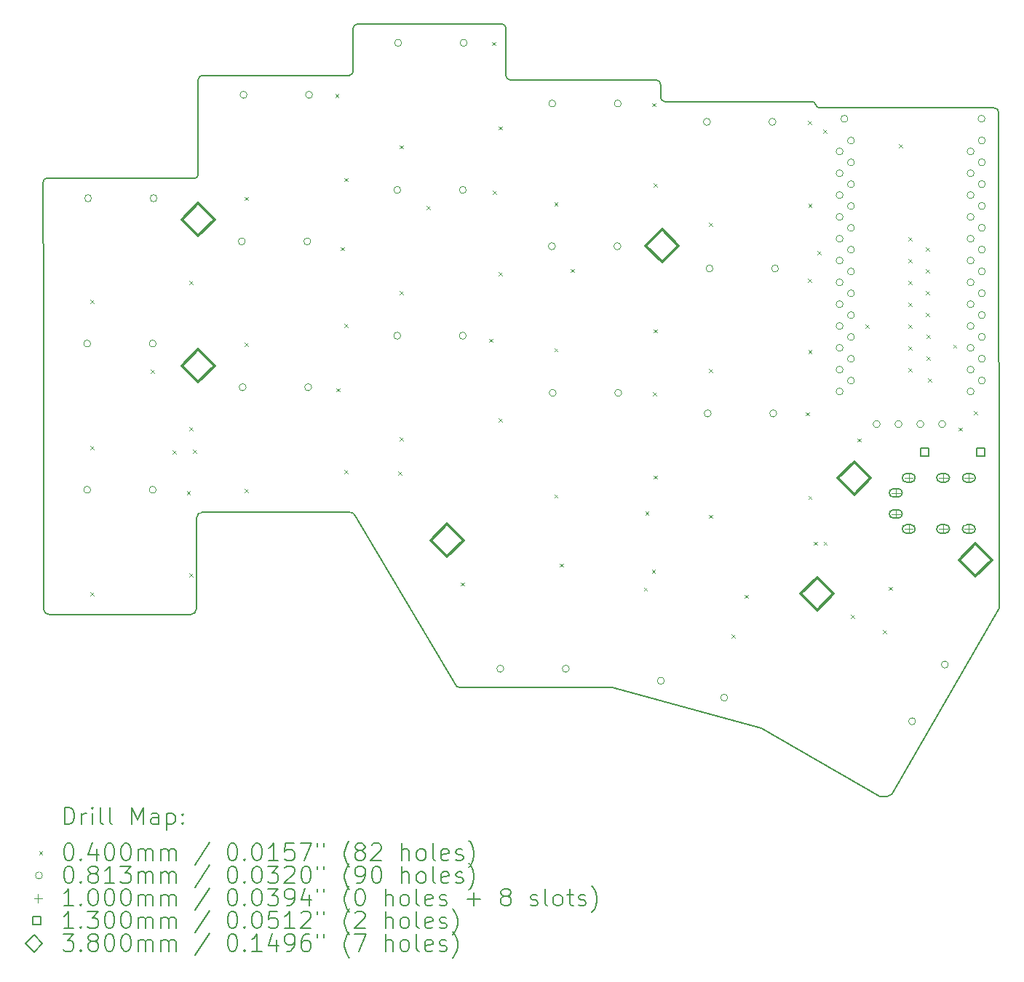
<source format=gbr>
%TF.GenerationSoftware,KiCad,Pcbnew,(6.0.10)*%
%TF.CreationDate,2023-01-07T12:45:03+01:00*%
%TF.ProjectId,chocofi,63686f63-6f66-4692-9e6b-696361645f70,2.1*%
%TF.SameCoordinates,Original*%
%TF.FileFunction,Drillmap*%
%TF.FilePolarity,Positive*%
%FSLAX45Y45*%
G04 Gerber Fmt 4.5, Leading zero omitted, Abs format (unit mm)*
G04 Created by KiCad (PCBNEW (6.0.10)) date 2023-01-07 12:45:03*
%MOMM*%
%LPD*%
G01*
G04 APERTURE LIST*
%ADD10C,0.150000*%
%ADD11C,0.200000*%
%ADD12C,0.040000*%
%ADD13C,0.081280*%
%ADD14C,0.100000*%
%ADD15C,0.130000*%
%ADD16C,0.380000*%
G04 APERTURE END LIST*
D10*
X18762000Y-5380500D02*
X16733040Y-5381502D01*
X9451545Y-6202085D02*
X7741920Y-6197600D01*
X17576800Y-13365480D02*
X18821400Y-11201400D01*
X16047720Y-12598400D02*
X17428867Y-13395960D01*
X12537440Y-12124081D02*
X14315440Y-12125960D01*
X16685040Y-5345502D02*
G75*
G03*
X16636050Y-5305500I-48990J-9998D01*
G01*
X16685040Y-5345502D02*
G75*
G03*
X16733040Y-5381502I48000J14000D01*
G01*
X16636050Y-5305500D02*
X14929320Y-5306902D01*
X9451545Y-6202085D02*
G75*
G03*
X9501545Y-6152085I0J50000D01*
G01*
X9551712Y-5000682D02*
G75*
G03*
X9501712Y-5050682I0J-50000D01*
G01*
X13031000Y-4403620D02*
X11353000Y-4404955D01*
X13081000Y-5005340D02*
X13081000Y-4453620D01*
X14829320Y-5056902D02*
X13131000Y-5055340D01*
X14879320Y-5256902D02*
X14879320Y-5106902D01*
X9501712Y-5050682D02*
X9501545Y-6152085D01*
X11254712Y-5000682D02*
X9551712Y-5000682D01*
X11303000Y-4454955D02*
X11304712Y-4950682D01*
X11254712Y-5000682D02*
G75*
G03*
X11304712Y-4950682I0J50000D01*
G01*
X11353000Y-4404955D02*
G75*
G03*
X11303000Y-4454955I0J-50000D01*
G01*
X13081000Y-4453620D02*
G75*
G03*
X13031000Y-4403620I-50000J0D01*
G01*
X13081000Y-5005340D02*
G75*
G03*
X13131000Y-5055340I50000J0D01*
G01*
X14879320Y-5106902D02*
G75*
G03*
X14829320Y-5056902I-50000J0D01*
G01*
X14879320Y-5256902D02*
G75*
G03*
X14929320Y-5306902I50000J0D01*
G01*
X18812000Y-5430500D02*
G75*
G03*
X18762000Y-5380500I-50000J0D01*
G01*
X9545320Y-10086265D02*
X11262360Y-10086265D01*
X9479280Y-11074400D02*
X9484360Y-10147225D01*
X11329486Y-10129488D02*
G75*
G03*
X11262360Y-10086265I-67126J-30512D01*
G01*
X12501880Y-12110720D02*
G75*
G03*
X12537440Y-12124081I35560J40640D01*
G01*
X17428867Y-13395960D02*
G75*
G03*
X17576800Y-13365480I44003J160669D01*
G01*
X7701280Y-9377680D02*
X7701280Y-11074400D01*
X7696200Y-6243320D02*
X7701280Y-7670800D01*
X18812000Y-5430500D02*
X18821400Y-11201400D01*
X9479280Y-11211560D02*
X9479280Y-11074400D01*
X9545320Y-10086265D02*
G75*
G03*
X9484360Y-10147225I0J-60960D01*
G01*
X9413240Y-11277600D02*
G75*
G03*
X9479280Y-11211560I0J66040D01*
G01*
X7701280Y-11211560D02*
X7701280Y-11074400D01*
X7701280Y-7670800D02*
X7701280Y-9377680D01*
X11329486Y-10129488D02*
X12501880Y-12110720D01*
X7741920Y-6197600D02*
G75*
G03*
X7696200Y-6243320I0J-45720D01*
G01*
X7767320Y-11277600D02*
X9413240Y-11277600D01*
X14315440Y-12125960D02*
X16047720Y-12598400D01*
X7701280Y-11211560D02*
G75*
G03*
X7767320Y-11277600I66040J0D01*
G01*
D11*
D12*
X8243500Y-7615000D02*
X8283500Y-7655000D01*
X8283500Y-7615000D02*
X8243500Y-7655000D01*
X8243500Y-9315000D02*
X8283500Y-9355000D01*
X8283500Y-9315000D02*
X8243500Y-9355000D01*
X8243500Y-11015000D02*
X8283500Y-11055000D01*
X8283500Y-11015000D02*
X8243500Y-11055000D01*
X8946200Y-8425500D02*
X8986200Y-8465500D01*
X8986200Y-8425500D02*
X8946200Y-8465500D01*
X9205280Y-9367840D02*
X9245280Y-9407840D01*
X9245280Y-9367840D02*
X9205280Y-9407840D01*
X9367840Y-9840280D02*
X9407840Y-9880280D01*
X9407840Y-9840280D02*
X9367840Y-9880280D01*
X9398500Y-7395000D02*
X9438500Y-7435000D01*
X9438500Y-7395000D02*
X9398500Y-7435000D01*
X9398500Y-9095000D02*
X9438500Y-9135000D01*
X9438500Y-9095000D02*
X9398500Y-9135000D01*
X9398500Y-10795000D02*
X9438500Y-10835000D01*
X9438500Y-10795000D02*
X9398500Y-10835000D01*
X9438960Y-9357680D02*
X9478960Y-9397680D01*
X9478960Y-9357680D02*
X9438960Y-9397680D01*
X10043500Y-6415000D02*
X10083500Y-6455000D01*
X10083500Y-6415000D02*
X10043500Y-6455000D01*
X10043500Y-8115000D02*
X10083500Y-8155000D01*
X10083500Y-8115000D02*
X10043500Y-8155000D01*
X10043500Y-9815000D02*
X10083500Y-9855000D01*
X10083500Y-9815000D02*
X10043500Y-9855000D01*
X11095040Y-5217480D02*
X11135040Y-5257480D01*
X11135040Y-5217480D02*
X11095040Y-5257480D01*
X11110280Y-8641400D02*
X11150280Y-8681400D01*
X11150280Y-8641400D02*
X11110280Y-8681400D01*
X11156000Y-7000560D02*
X11196000Y-7040560D01*
X11196000Y-7000560D02*
X11156000Y-7040560D01*
X11198500Y-6195000D02*
X11238500Y-6235000D01*
X11238500Y-6195000D02*
X11198500Y-6235000D01*
X11198500Y-7895000D02*
X11238500Y-7935000D01*
X11238500Y-7895000D02*
X11198500Y-7935000D01*
X11198500Y-9595000D02*
X11238500Y-9635000D01*
X11238500Y-9595000D02*
X11198500Y-9635000D01*
X11828000Y-9613450D02*
X11868000Y-9653450D01*
X11868000Y-9613450D02*
X11828000Y-9653450D01*
X11843500Y-5815000D02*
X11883500Y-5855000D01*
X11883500Y-5815000D02*
X11843500Y-5855000D01*
X11843500Y-7515000D02*
X11883500Y-7555000D01*
X11883500Y-7515000D02*
X11843500Y-7555000D01*
X11843500Y-9215000D02*
X11883500Y-9255000D01*
X11883500Y-9215000D02*
X11843500Y-9255000D01*
X12156760Y-6523040D02*
X12196760Y-6563040D01*
X12196760Y-6523040D02*
X12156760Y-6563040D01*
X12553500Y-10904000D02*
X12593500Y-10944000D01*
X12593500Y-10904000D02*
X12553500Y-10944000D01*
X12888280Y-8067360D02*
X12928280Y-8107360D01*
X12928280Y-8067360D02*
X12888280Y-8107360D01*
X12918760Y-4612960D02*
X12958760Y-4652960D01*
X12958760Y-4612960D02*
X12918760Y-4652960D01*
X12928920Y-6345240D02*
X12968920Y-6385240D01*
X12968920Y-6345240D02*
X12928920Y-6385240D01*
X12998500Y-5595000D02*
X13038500Y-5635000D01*
X13038500Y-5595000D02*
X12998500Y-5635000D01*
X12998500Y-7295000D02*
X13038500Y-7335000D01*
X13038500Y-7295000D02*
X12998500Y-7335000D01*
X12998500Y-8995000D02*
X13038500Y-9035000D01*
X13038500Y-8995000D02*
X12998500Y-9035000D01*
X13643500Y-6477000D02*
X13683500Y-6517000D01*
X13683500Y-6477000D02*
X13643500Y-6517000D01*
X13643500Y-8177000D02*
X13683500Y-8217000D01*
X13683500Y-8177000D02*
X13643500Y-8217000D01*
X13643500Y-9877500D02*
X13683500Y-9917500D01*
X13683500Y-9877500D02*
X13643500Y-9917500D01*
X13708500Y-10684000D02*
X13748500Y-10724000D01*
X13748500Y-10684000D02*
X13708500Y-10724000D01*
X13833160Y-7254560D02*
X13873160Y-7294560D01*
X13873160Y-7254560D02*
X13833160Y-7294560D01*
X14683753Y-10961605D02*
X14723753Y-11001605D01*
X14723753Y-10961605D02*
X14683753Y-11001605D01*
X14701840Y-10079040D02*
X14741840Y-10119040D01*
X14741840Y-10079040D02*
X14701840Y-10119040D01*
X14778040Y-10754680D02*
X14818040Y-10794680D01*
X14818040Y-10754680D02*
X14778040Y-10794680D01*
X14783120Y-5324160D02*
X14823120Y-5364160D01*
X14823120Y-5324160D02*
X14783120Y-5364160D01*
X14793280Y-8687120D02*
X14833280Y-8727120D01*
X14833280Y-8687120D02*
X14793280Y-8727120D01*
X14798500Y-6257000D02*
X14838500Y-6297000D01*
X14838500Y-6257000D02*
X14798500Y-6297000D01*
X14798500Y-7957000D02*
X14838500Y-7997000D01*
X14838500Y-7957000D02*
X14798500Y-7997000D01*
X14798500Y-9657500D02*
X14838500Y-9697500D01*
X14838500Y-9657500D02*
X14798500Y-9697500D01*
X15443500Y-6715000D02*
X15483500Y-6755000D01*
X15483500Y-6715000D02*
X15443500Y-6755000D01*
X15443500Y-8415000D02*
X15483500Y-8455000D01*
X15483500Y-8415000D02*
X15443500Y-8455000D01*
X15443500Y-10115000D02*
X15483500Y-10155000D01*
X15483500Y-10115000D02*
X15443500Y-10155000D01*
X15705140Y-11509060D02*
X15745140Y-11549060D01*
X15745140Y-11509060D02*
X15705140Y-11549060D01*
X15856338Y-11048037D02*
X15896338Y-11088037D01*
X15896338Y-11048037D02*
X15856338Y-11088037D01*
X16571280Y-8920800D02*
X16611280Y-8960800D01*
X16611280Y-8920800D02*
X16571280Y-8960800D01*
X16591600Y-5532440D02*
X16631600Y-5572440D01*
X16631600Y-5532440D02*
X16591600Y-5572440D01*
X16591600Y-7366320D02*
X16631600Y-7406320D01*
X16631600Y-7366320D02*
X16591600Y-7406320D01*
X16598500Y-6495000D02*
X16638500Y-6535000D01*
X16638500Y-6495000D02*
X16598500Y-6535000D01*
X16598500Y-8195000D02*
X16638500Y-8235000D01*
X16638500Y-8195000D02*
X16598500Y-8235000D01*
X16598500Y-9895000D02*
X16638500Y-9935000D01*
X16638500Y-9895000D02*
X16598500Y-9935000D01*
X16663000Y-10429560D02*
X16703000Y-10469560D01*
X16703000Y-10429560D02*
X16663000Y-10469560D01*
X16703360Y-7046280D02*
X16743360Y-7086280D01*
X16743360Y-7046280D02*
X16703360Y-7086280D01*
X16769400Y-5631500D02*
X16809400Y-5671500D01*
X16809400Y-5631500D02*
X16769400Y-5671500D01*
X16777000Y-10428000D02*
X16817000Y-10468000D01*
X16817000Y-10428000D02*
X16777000Y-10468000D01*
X17094465Y-11277877D02*
X17134465Y-11317877D01*
X17134465Y-11277877D02*
X17094465Y-11317877D01*
X17170720Y-9225600D02*
X17210720Y-9265600D01*
X17210720Y-9225600D02*
X17170720Y-9265600D01*
X17265549Y-7899040D02*
X17305549Y-7939040D01*
X17305549Y-7899040D02*
X17265549Y-7939040D01*
X17466630Y-11459530D02*
X17506630Y-11499530D01*
X17506630Y-11459530D02*
X17466630Y-11499530D01*
X17534991Y-10954864D02*
X17574991Y-10994864D01*
X17574991Y-10954864D02*
X17534991Y-10994864D01*
X17653719Y-5802490D02*
X17693719Y-5842490D01*
X17693719Y-5802490D02*
X17653719Y-5842490D01*
X17760000Y-6883040D02*
X17800000Y-6923040D01*
X17800000Y-6883040D02*
X17760000Y-6923040D01*
X17760000Y-7137040D02*
X17800000Y-7177040D01*
X17800000Y-7137040D02*
X17760000Y-7177040D01*
X17760000Y-7391040D02*
X17800000Y-7431040D01*
X17800000Y-7391040D02*
X17760000Y-7431040D01*
X17760000Y-7645040D02*
X17800000Y-7685040D01*
X17800000Y-7645040D02*
X17760000Y-7685040D01*
X17760000Y-7899040D02*
X17800000Y-7939040D01*
X17800000Y-7899040D02*
X17760000Y-7939040D01*
X17760000Y-8153040D02*
X17800000Y-8193040D01*
X17800000Y-8153040D02*
X17760000Y-8193040D01*
X17760000Y-8406840D02*
X17800000Y-8446840D01*
X17800000Y-8406840D02*
X17760000Y-8446840D01*
X17963200Y-7005640D02*
X18003200Y-7045640D01*
X18003200Y-7005640D02*
X17963200Y-7045640D01*
X17963200Y-7259640D02*
X18003200Y-7299640D01*
X18003200Y-7259640D02*
X17963200Y-7299640D01*
X17963200Y-7513640D02*
X18003200Y-7553640D01*
X18003200Y-7513640D02*
X17963200Y-7553640D01*
X17963200Y-7767640D02*
X18003200Y-7807640D01*
X18003200Y-7767640D02*
X17963200Y-7807640D01*
X17975900Y-8021640D02*
X18015900Y-8061640D01*
X18015900Y-8021640D02*
X17975900Y-8061640D01*
X17975900Y-8275640D02*
X18015900Y-8315640D01*
X18015900Y-8275640D02*
X17975900Y-8315640D01*
X17988600Y-8527100D02*
X18028600Y-8567100D01*
X18028600Y-8527100D02*
X17988600Y-8567100D01*
X18283240Y-8133400D02*
X18323240Y-8173400D01*
X18323240Y-8133400D02*
X18283240Y-8173400D01*
X18344200Y-9098600D02*
X18384200Y-9138600D01*
X18384200Y-9098600D02*
X18344200Y-9138600D01*
X18522000Y-8908100D02*
X18562000Y-8948100D01*
X18562000Y-8908100D02*
X18522000Y-8948100D01*
D13*
X8249920Y-8122920D02*
G75*
G03*
X8249920Y-8122920I-40640J0D01*
G01*
X8249920Y-9824720D02*
G75*
G03*
X8249920Y-9824720I-40640J0D01*
G01*
X8260080Y-6431280D02*
G75*
G03*
X8260080Y-6431280I-40640J0D01*
G01*
X9011920Y-8122920D02*
G75*
G03*
X9011920Y-8122920I-40640J0D01*
G01*
X9011920Y-9824720D02*
G75*
G03*
X9011920Y-9824720I-40640J0D01*
G01*
X9022080Y-6431280D02*
G75*
G03*
X9022080Y-6431280I-40640J0D01*
G01*
X10048240Y-6934200D02*
G75*
G03*
X10048240Y-6934200I-40640J0D01*
G01*
X10058400Y-8630920D02*
G75*
G03*
X10058400Y-8630920I-40640J0D01*
G01*
X10068560Y-5227320D02*
G75*
G03*
X10068560Y-5227320I-40640J0D01*
G01*
X10810240Y-6934200D02*
G75*
G03*
X10810240Y-6934200I-40640J0D01*
G01*
X10820400Y-8630920D02*
G75*
G03*
X10820400Y-8630920I-40640J0D01*
G01*
X10830560Y-5227320D02*
G75*
G03*
X10830560Y-5227320I-40640J0D01*
G01*
X11856720Y-6334760D02*
G75*
G03*
X11856720Y-6334760I-40640J0D01*
G01*
X11856720Y-8031480D02*
G75*
G03*
X11856720Y-8031480I-40640J0D01*
G01*
X11866880Y-4622800D02*
G75*
G03*
X11866880Y-4622800I-40640J0D01*
G01*
X12618720Y-6334760D02*
G75*
G03*
X12618720Y-6334760I-40640J0D01*
G01*
X12618720Y-8031480D02*
G75*
G03*
X12618720Y-8031480I-40640J0D01*
G01*
X12628880Y-4622800D02*
G75*
G03*
X12628880Y-4622800I-40640J0D01*
G01*
X13055600Y-11907520D02*
G75*
G03*
X13055600Y-11907520I-40640J0D01*
G01*
X13655040Y-6990080D02*
G75*
G03*
X13655040Y-6990080I-40640J0D01*
G01*
X13660120Y-5328920D02*
G75*
G03*
X13660120Y-5328920I-40640J0D01*
G01*
X13665200Y-8696960D02*
G75*
G03*
X13665200Y-8696960I-40640J0D01*
G01*
X13817600Y-11907520D02*
G75*
G03*
X13817600Y-11907520I-40640J0D01*
G01*
X14417040Y-6990080D02*
G75*
G03*
X14417040Y-6990080I-40640J0D01*
G01*
X14422120Y-5328920D02*
G75*
G03*
X14422120Y-5328920I-40640J0D01*
G01*
X14427200Y-8696960D02*
G75*
G03*
X14427200Y-8696960I-40640J0D01*
G01*
X14924050Y-12047449D02*
G75*
G03*
X14924050Y-12047449I-40640J0D01*
G01*
X15458440Y-5542280D02*
G75*
G03*
X15458440Y-5542280I-40640J0D01*
G01*
X15468600Y-8935720D02*
G75*
G03*
X15468600Y-8935720I-40640J0D01*
G01*
X15488920Y-7249160D02*
G75*
G03*
X15488920Y-7249160I-40640J0D01*
G01*
X15660086Y-12244670D02*
G75*
G03*
X15660086Y-12244670I-40640J0D01*
G01*
X16220440Y-5542280D02*
G75*
G03*
X16220440Y-5542280I-40640J0D01*
G01*
X16230600Y-8935720D02*
G75*
G03*
X16230600Y-8935720I-40640J0D01*
G01*
X16250920Y-7249160D02*
G75*
G03*
X16250920Y-7249160I-40640J0D01*
G01*
X17002640Y-5887040D02*
G75*
G03*
X17002640Y-5887040I-40640J0D01*
G01*
X17002640Y-6141040D02*
G75*
G03*
X17002640Y-6141040I-40640J0D01*
G01*
X17002640Y-6395040D02*
G75*
G03*
X17002640Y-6395040I-40640J0D01*
G01*
X17002640Y-6649040D02*
G75*
G03*
X17002640Y-6649040I-40640J0D01*
G01*
X17002640Y-6903040D02*
G75*
G03*
X17002640Y-6903040I-40640J0D01*
G01*
X17002640Y-7157040D02*
G75*
G03*
X17002640Y-7157040I-40640J0D01*
G01*
X17002640Y-7411040D02*
G75*
G03*
X17002640Y-7411040I-40640J0D01*
G01*
X17002640Y-7665040D02*
G75*
G03*
X17002640Y-7665040I-40640J0D01*
G01*
X17002640Y-7919040D02*
G75*
G03*
X17002640Y-7919040I-40640J0D01*
G01*
X17002640Y-8173040D02*
G75*
G03*
X17002640Y-8173040I-40640J0D01*
G01*
X17002640Y-8427040D02*
G75*
G03*
X17002640Y-8427040I-40640J0D01*
G01*
X17002640Y-8681040D02*
G75*
G03*
X17002640Y-8681040I-40640J0D01*
G01*
X17058640Y-5506040D02*
G75*
G03*
X17058640Y-5506040I-40640J0D01*
G01*
X17135280Y-5760040D02*
G75*
G03*
X17135280Y-5760040I-40640J0D01*
G01*
X17135280Y-6014040D02*
G75*
G03*
X17135280Y-6014040I-40640J0D01*
G01*
X17135280Y-6268040D02*
G75*
G03*
X17135280Y-6268040I-40640J0D01*
G01*
X17135280Y-6522040D02*
G75*
G03*
X17135280Y-6522040I-40640J0D01*
G01*
X17135280Y-6776040D02*
G75*
G03*
X17135280Y-6776040I-40640J0D01*
G01*
X17135280Y-7030040D02*
G75*
G03*
X17135280Y-7030040I-40640J0D01*
G01*
X17135280Y-7284040D02*
G75*
G03*
X17135280Y-7284040I-40640J0D01*
G01*
X17135280Y-7538040D02*
G75*
G03*
X17135280Y-7538040I-40640J0D01*
G01*
X17135280Y-7792040D02*
G75*
G03*
X17135280Y-7792040I-40640J0D01*
G01*
X17135280Y-8046040D02*
G75*
G03*
X17135280Y-8046040I-40640J0D01*
G01*
X17135280Y-8300040D02*
G75*
G03*
X17135280Y-8300040I-40640J0D01*
G01*
X17135280Y-8554040D02*
G75*
G03*
X17135280Y-8554040I-40640J0D01*
G01*
X17433640Y-9060840D02*
G75*
G03*
X17433640Y-9060840I-40640J0D01*
G01*
X17687640Y-9060840D02*
G75*
G03*
X17687640Y-9060840I-40640J0D01*
G01*
X17845957Y-12519499D02*
G75*
G03*
X17845957Y-12519499I-40640J0D01*
G01*
X17941640Y-9060840D02*
G75*
G03*
X17941640Y-9060840I-40640J0D01*
G01*
X18195640Y-9060840D02*
G75*
G03*
X18195640Y-9060840I-40640J0D01*
G01*
X18226957Y-11859588D02*
G75*
G03*
X18226957Y-11859588I-40640J0D01*
G01*
X18526640Y-5887040D02*
G75*
G03*
X18526640Y-5887040I-40640J0D01*
G01*
X18526640Y-6141040D02*
G75*
G03*
X18526640Y-6141040I-40640J0D01*
G01*
X18526640Y-6395040D02*
G75*
G03*
X18526640Y-6395040I-40640J0D01*
G01*
X18526640Y-6649040D02*
G75*
G03*
X18526640Y-6649040I-40640J0D01*
G01*
X18526640Y-6903040D02*
G75*
G03*
X18526640Y-6903040I-40640J0D01*
G01*
X18526640Y-7157040D02*
G75*
G03*
X18526640Y-7157040I-40640J0D01*
G01*
X18526640Y-7411040D02*
G75*
G03*
X18526640Y-7411040I-40640J0D01*
G01*
X18526640Y-7665040D02*
G75*
G03*
X18526640Y-7665040I-40640J0D01*
G01*
X18526640Y-7919040D02*
G75*
G03*
X18526640Y-7919040I-40640J0D01*
G01*
X18526640Y-8173040D02*
G75*
G03*
X18526640Y-8173040I-40640J0D01*
G01*
X18526640Y-8427040D02*
G75*
G03*
X18526640Y-8427040I-40640J0D01*
G01*
X18526640Y-8681040D02*
G75*
G03*
X18526640Y-8681040I-40640J0D01*
G01*
X18653640Y-5506040D02*
G75*
G03*
X18653640Y-5506040I-40640J0D01*
G01*
X18657280Y-5760040D02*
G75*
G03*
X18657280Y-5760040I-40640J0D01*
G01*
X18657280Y-6014040D02*
G75*
G03*
X18657280Y-6014040I-40640J0D01*
G01*
X18657280Y-6268040D02*
G75*
G03*
X18657280Y-6268040I-40640J0D01*
G01*
X18657280Y-6522040D02*
G75*
G03*
X18657280Y-6522040I-40640J0D01*
G01*
X18657280Y-6776040D02*
G75*
G03*
X18657280Y-6776040I-40640J0D01*
G01*
X18657280Y-7030040D02*
G75*
G03*
X18657280Y-7030040I-40640J0D01*
G01*
X18657280Y-7284040D02*
G75*
G03*
X18657280Y-7284040I-40640J0D01*
G01*
X18657280Y-7538040D02*
G75*
G03*
X18657280Y-7538040I-40640J0D01*
G01*
X18657280Y-7792040D02*
G75*
G03*
X18657280Y-7792040I-40640J0D01*
G01*
X18657280Y-8046040D02*
G75*
G03*
X18657280Y-8046040I-40640J0D01*
G01*
X18657280Y-8300040D02*
G75*
G03*
X18657280Y-8300040I-40640J0D01*
G01*
X18657280Y-8554040D02*
G75*
G03*
X18657280Y-8554040I-40640J0D01*
G01*
D14*
X17616000Y-9811100D02*
X17616000Y-9911100D01*
X17566000Y-9861100D02*
X17666000Y-9861100D01*
D11*
X17641000Y-9811100D02*
X17591000Y-9811100D01*
X17641000Y-9911100D02*
X17591000Y-9911100D01*
X17591000Y-9811100D02*
G75*
G03*
X17591000Y-9911100I0J-50000D01*
G01*
X17641000Y-9911100D02*
G75*
G03*
X17641000Y-9811100I0J50000D01*
G01*
D14*
X17616000Y-10056100D02*
X17616000Y-10156100D01*
X17566000Y-10106100D02*
X17666000Y-10106100D01*
D11*
X17641000Y-10056100D02*
X17591000Y-10056100D01*
X17641000Y-10156100D02*
X17591000Y-10156100D01*
X17591000Y-10056100D02*
G75*
G03*
X17591000Y-10156100I0J-50000D01*
G01*
X17641000Y-10156100D02*
G75*
G03*
X17641000Y-10056100I0J50000D01*
G01*
D14*
X17766000Y-9636100D02*
X17766000Y-9736100D01*
X17716000Y-9686100D02*
X17816000Y-9686100D01*
D11*
X17791000Y-9636100D02*
X17741000Y-9636100D01*
X17791000Y-9736100D02*
X17741000Y-9736100D01*
X17741000Y-9636100D02*
G75*
G03*
X17741000Y-9736100I0J-50000D01*
G01*
X17791000Y-9736100D02*
G75*
G03*
X17791000Y-9636100I0J50000D01*
G01*
D14*
X17766000Y-10231100D02*
X17766000Y-10331100D01*
X17716000Y-10281100D02*
X17816000Y-10281100D01*
D11*
X17791000Y-10231100D02*
X17741000Y-10231100D01*
X17791000Y-10331100D02*
X17741000Y-10331100D01*
X17741000Y-10231100D02*
G75*
G03*
X17741000Y-10331100I0J-50000D01*
G01*
X17791000Y-10331100D02*
G75*
G03*
X17791000Y-10231100I0J50000D01*
G01*
D14*
X18166000Y-9636100D02*
X18166000Y-9736100D01*
X18116000Y-9686100D02*
X18216000Y-9686100D01*
D11*
X18191000Y-9636100D02*
X18141000Y-9636100D01*
X18191000Y-9736100D02*
X18141000Y-9736100D01*
X18141000Y-9636100D02*
G75*
G03*
X18141000Y-9736100I0J-50000D01*
G01*
X18191000Y-9736100D02*
G75*
G03*
X18191000Y-9636100I0J50000D01*
G01*
D14*
X18166000Y-10231100D02*
X18166000Y-10331100D01*
X18116000Y-10281100D02*
X18216000Y-10281100D01*
D11*
X18191000Y-10231100D02*
X18141000Y-10231100D01*
X18191000Y-10331100D02*
X18141000Y-10331100D01*
X18141000Y-10231100D02*
G75*
G03*
X18141000Y-10331100I0J-50000D01*
G01*
X18191000Y-10331100D02*
G75*
G03*
X18191000Y-10231100I0J50000D01*
G01*
D14*
X18466000Y-9636100D02*
X18466000Y-9736100D01*
X18416000Y-9686100D02*
X18516000Y-9686100D01*
D11*
X18491000Y-9636100D02*
X18441000Y-9636100D01*
X18491000Y-9736100D02*
X18441000Y-9736100D01*
X18441000Y-9636100D02*
G75*
G03*
X18441000Y-9736100I0J-50000D01*
G01*
X18491000Y-9736100D02*
G75*
G03*
X18491000Y-9636100I0J50000D01*
G01*
D14*
X18466000Y-10231100D02*
X18466000Y-10331100D01*
X18416000Y-10281100D02*
X18516000Y-10281100D01*
D11*
X18491000Y-10231100D02*
X18441000Y-10231100D01*
X18491000Y-10331100D02*
X18441000Y-10331100D01*
X18441000Y-10231100D02*
G75*
G03*
X18441000Y-10331100I0J-50000D01*
G01*
X18491000Y-10331100D02*
G75*
G03*
X18491000Y-10231100I0J50000D01*
G01*
D15*
X17996262Y-9431262D02*
X17996262Y-9339338D01*
X17904338Y-9339338D01*
X17904338Y-9431262D01*
X17996262Y-9431262D01*
X18646262Y-9431262D02*
X18646262Y-9339338D01*
X18554338Y-9339338D01*
X18554338Y-9431262D01*
X18646262Y-9431262D01*
D16*
X9500000Y-6870200D02*
X9690000Y-6680200D01*
X9500000Y-6490200D01*
X9310000Y-6680200D01*
X9500000Y-6870200D01*
X9500000Y-8572000D02*
X9690000Y-8382000D01*
X9500000Y-8192000D01*
X9310000Y-8382000D01*
X9500000Y-8572000D01*
X12395200Y-10604000D02*
X12585200Y-10414000D01*
X12395200Y-10224000D01*
X12205200Y-10414000D01*
X12395200Y-10604000D01*
X14897100Y-7175000D02*
X15087100Y-6985000D01*
X14897100Y-6795000D01*
X14707100Y-6985000D01*
X14897100Y-7175000D01*
X16700500Y-11226300D02*
X16890500Y-11036300D01*
X16700500Y-10846300D01*
X16510500Y-11036300D01*
X16700500Y-11226300D01*
X17132300Y-9880100D02*
X17322300Y-9690100D01*
X17132300Y-9500100D01*
X16942300Y-9690100D01*
X17132300Y-9880100D01*
X18542000Y-10832600D02*
X18732000Y-10642600D01*
X18542000Y-10452600D01*
X18352000Y-10642600D01*
X18542000Y-10832600D01*
D11*
X7946319Y-13719853D02*
X7946319Y-13519853D01*
X7993938Y-13519853D01*
X8022509Y-13529376D01*
X8041557Y-13548424D01*
X8051081Y-13567472D01*
X8060605Y-13605567D01*
X8060605Y-13634138D01*
X8051081Y-13672234D01*
X8041557Y-13691281D01*
X8022509Y-13710329D01*
X7993938Y-13719853D01*
X7946319Y-13719853D01*
X8146319Y-13719853D02*
X8146319Y-13586519D01*
X8146319Y-13624614D02*
X8155843Y-13605567D01*
X8165367Y-13596043D01*
X8184414Y-13586519D01*
X8203462Y-13586519D01*
X8270128Y-13719853D02*
X8270128Y-13586519D01*
X8270128Y-13519853D02*
X8260605Y-13529376D01*
X8270128Y-13538900D01*
X8279652Y-13529376D01*
X8270128Y-13519853D01*
X8270128Y-13538900D01*
X8393938Y-13719853D02*
X8374890Y-13710329D01*
X8365367Y-13691281D01*
X8365367Y-13519853D01*
X8498700Y-13719853D02*
X8479652Y-13710329D01*
X8470129Y-13691281D01*
X8470129Y-13519853D01*
X8727271Y-13719853D02*
X8727271Y-13519853D01*
X8793938Y-13662710D01*
X8860605Y-13519853D01*
X8860605Y-13719853D01*
X9041557Y-13719853D02*
X9041557Y-13615091D01*
X9032033Y-13596043D01*
X9012986Y-13586519D01*
X8974890Y-13586519D01*
X8955843Y-13596043D01*
X9041557Y-13710329D02*
X9022510Y-13719853D01*
X8974890Y-13719853D01*
X8955843Y-13710329D01*
X8946319Y-13691281D01*
X8946319Y-13672234D01*
X8955843Y-13653186D01*
X8974890Y-13643662D01*
X9022510Y-13643662D01*
X9041557Y-13634138D01*
X9136795Y-13586519D02*
X9136795Y-13786519D01*
X9136795Y-13596043D02*
X9155843Y-13586519D01*
X9193938Y-13586519D01*
X9212986Y-13596043D01*
X9222510Y-13605567D01*
X9232033Y-13624614D01*
X9232033Y-13681757D01*
X9222510Y-13700805D01*
X9212986Y-13710329D01*
X9193938Y-13719853D01*
X9155843Y-13719853D01*
X9136795Y-13710329D01*
X9317748Y-13700805D02*
X9327271Y-13710329D01*
X9317748Y-13719853D01*
X9308224Y-13710329D01*
X9317748Y-13700805D01*
X9317748Y-13719853D01*
X9317748Y-13596043D02*
X9327271Y-13605567D01*
X9317748Y-13615091D01*
X9308224Y-13605567D01*
X9317748Y-13596043D01*
X9317748Y-13615091D01*
D12*
X7648700Y-14029376D02*
X7688700Y-14069376D01*
X7688700Y-14029376D02*
X7648700Y-14069376D01*
D11*
X7984414Y-13939853D02*
X8003462Y-13939853D01*
X8022509Y-13949376D01*
X8032033Y-13958900D01*
X8041557Y-13977948D01*
X8051081Y-14016043D01*
X8051081Y-14063662D01*
X8041557Y-14101757D01*
X8032033Y-14120805D01*
X8022509Y-14130329D01*
X8003462Y-14139853D01*
X7984414Y-14139853D01*
X7965367Y-14130329D01*
X7955843Y-14120805D01*
X7946319Y-14101757D01*
X7936795Y-14063662D01*
X7936795Y-14016043D01*
X7946319Y-13977948D01*
X7955843Y-13958900D01*
X7965367Y-13949376D01*
X7984414Y-13939853D01*
X8136795Y-14120805D02*
X8146319Y-14130329D01*
X8136795Y-14139853D01*
X8127271Y-14130329D01*
X8136795Y-14120805D01*
X8136795Y-14139853D01*
X8317748Y-14006519D02*
X8317748Y-14139853D01*
X8270128Y-13930329D02*
X8222509Y-14073186D01*
X8346319Y-14073186D01*
X8460605Y-13939853D02*
X8479652Y-13939853D01*
X8498700Y-13949376D01*
X8508224Y-13958900D01*
X8517748Y-13977948D01*
X8527271Y-14016043D01*
X8527271Y-14063662D01*
X8517748Y-14101757D01*
X8508224Y-14120805D01*
X8498700Y-14130329D01*
X8479652Y-14139853D01*
X8460605Y-14139853D01*
X8441557Y-14130329D01*
X8432033Y-14120805D01*
X8422510Y-14101757D01*
X8412986Y-14063662D01*
X8412986Y-14016043D01*
X8422510Y-13977948D01*
X8432033Y-13958900D01*
X8441557Y-13949376D01*
X8460605Y-13939853D01*
X8651081Y-13939853D02*
X8670129Y-13939853D01*
X8689176Y-13949376D01*
X8698700Y-13958900D01*
X8708224Y-13977948D01*
X8717748Y-14016043D01*
X8717748Y-14063662D01*
X8708224Y-14101757D01*
X8698700Y-14120805D01*
X8689176Y-14130329D01*
X8670129Y-14139853D01*
X8651081Y-14139853D01*
X8632033Y-14130329D01*
X8622510Y-14120805D01*
X8612986Y-14101757D01*
X8603462Y-14063662D01*
X8603462Y-14016043D01*
X8612986Y-13977948D01*
X8622510Y-13958900D01*
X8632033Y-13949376D01*
X8651081Y-13939853D01*
X8803462Y-14139853D02*
X8803462Y-14006519D01*
X8803462Y-14025567D02*
X8812986Y-14016043D01*
X8832033Y-14006519D01*
X8860605Y-14006519D01*
X8879652Y-14016043D01*
X8889176Y-14035091D01*
X8889176Y-14139853D01*
X8889176Y-14035091D02*
X8898700Y-14016043D01*
X8917748Y-14006519D01*
X8946319Y-14006519D01*
X8965367Y-14016043D01*
X8974890Y-14035091D01*
X8974890Y-14139853D01*
X9070129Y-14139853D02*
X9070129Y-14006519D01*
X9070129Y-14025567D02*
X9079652Y-14016043D01*
X9098700Y-14006519D01*
X9127271Y-14006519D01*
X9146319Y-14016043D01*
X9155843Y-14035091D01*
X9155843Y-14139853D01*
X9155843Y-14035091D02*
X9165367Y-14016043D01*
X9184414Y-14006519D01*
X9212986Y-14006519D01*
X9232033Y-14016043D01*
X9241557Y-14035091D01*
X9241557Y-14139853D01*
X9632033Y-13930329D02*
X9460605Y-14187472D01*
X9889176Y-13939853D02*
X9908224Y-13939853D01*
X9927271Y-13949376D01*
X9936795Y-13958900D01*
X9946319Y-13977948D01*
X9955843Y-14016043D01*
X9955843Y-14063662D01*
X9946319Y-14101757D01*
X9936795Y-14120805D01*
X9927271Y-14130329D01*
X9908224Y-14139853D01*
X9889176Y-14139853D01*
X9870129Y-14130329D01*
X9860605Y-14120805D01*
X9851081Y-14101757D01*
X9841557Y-14063662D01*
X9841557Y-14016043D01*
X9851081Y-13977948D01*
X9860605Y-13958900D01*
X9870129Y-13949376D01*
X9889176Y-13939853D01*
X10041557Y-14120805D02*
X10051081Y-14130329D01*
X10041557Y-14139853D01*
X10032033Y-14130329D01*
X10041557Y-14120805D01*
X10041557Y-14139853D01*
X10174890Y-13939853D02*
X10193938Y-13939853D01*
X10212986Y-13949376D01*
X10222510Y-13958900D01*
X10232033Y-13977948D01*
X10241557Y-14016043D01*
X10241557Y-14063662D01*
X10232033Y-14101757D01*
X10222510Y-14120805D01*
X10212986Y-14130329D01*
X10193938Y-14139853D01*
X10174890Y-14139853D01*
X10155843Y-14130329D01*
X10146319Y-14120805D01*
X10136795Y-14101757D01*
X10127271Y-14063662D01*
X10127271Y-14016043D01*
X10136795Y-13977948D01*
X10146319Y-13958900D01*
X10155843Y-13949376D01*
X10174890Y-13939853D01*
X10432033Y-14139853D02*
X10317748Y-14139853D01*
X10374890Y-14139853D02*
X10374890Y-13939853D01*
X10355843Y-13968424D01*
X10336795Y-13987472D01*
X10317748Y-13996995D01*
X10612986Y-13939853D02*
X10517748Y-13939853D01*
X10508224Y-14035091D01*
X10517748Y-14025567D01*
X10536795Y-14016043D01*
X10584414Y-14016043D01*
X10603462Y-14025567D01*
X10612986Y-14035091D01*
X10622510Y-14054138D01*
X10622510Y-14101757D01*
X10612986Y-14120805D01*
X10603462Y-14130329D01*
X10584414Y-14139853D01*
X10536795Y-14139853D01*
X10517748Y-14130329D01*
X10508224Y-14120805D01*
X10689176Y-13939853D02*
X10822510Y-13939853D01*
X10736795Y-14139853D01*
X10889176Y-13939853D02*
X10889176Y-13977948D01*
X10965367Y-13939853D02*
X10965367Y-13977948D01*
X11260605Y-14216043D02*
X11251081Y-14206519D01*
X11232033Y-14177948D01*
X11222509Y-14158900D01*
X11212986Y-14130329D01*
X11203462Y-14082710D01*
X11203462Y-14044614D01*
X11212986Y-13996995D01*
X11222509Y-13968424D01*
X11232033Y-13949376D01*
X11251081Y-13920805D01*
X11260605Y-13911281D01*
X11365367Y-14025567D02*
X11346319Y-14016043D01*
X11336795Y-14006519D01*
X11327271Y-13987472D01*
X11327271Y-13977948D01*
X11336795Y-13958900D01*
X11346319Y-13949376D01*
X11365367Y-13939853D01*
X11403462Y-13939853D01*
X11422509Y-13949376D01*
X11432033Y-13958900D01*
X11441557Y-13977948D01*
X11441557Y-13987472D01*
X11432033Y-14006519D01*
X11422509Y-14016043D01*
X11403462Y-14025567D01*
X11365367Y-14025567D01*
X11346319Y-14035091D01*
X11336795Y-14044614D01*
X11327271Y-14063662D01*
X11327271Y-14101757D01*
X11336795Y-14120805D01*
X11346319Y-14130329D01*
X11365367Y-14139853D01*
X11403462Y-14139853D01*
X11422509Y-14130329D01*
X11432033Y-14120805D01*
X11441557Y-14101757D01*
X11441557Y-14063662D01*
X11432033Y-14044614D01*
X11422509Y-14035091D01*
X11403462Y-14025567D01*
X11517748Y-13958900D02*
X11527271Y-13949376D01*
X11546319Y-13939853D01*
X11593938Y-13939853D01*
X11612986Y-13949376D01*
X11622509Y-13958900D01*
X11632033Y-13977948D01*
X11632033Y-13996995D01*
X11622509Y-14025567D01*
X11508224Y-14139853D01*
X11632033Y-14139853D01*
X11870128Y-14139853D02*
X11870128Y-13939853D01*
X11955843Y-14139853D02*
X11955843Y-14035091D01*
X11946319Y-14016043D01*
X11927271Y-14006519D01*
X11898700Y-14006519D01*
X11879652Y-14016043D01*
X11870128Y-14025567D01*
X12079652Y-14139853D02*
X12060605Y-14130329D01*
X12051081Y-14120805D01*
X12041557Y-14101757D01*
X12041557Y-14044614D01*
X12051081Y-14025567D01*
X12060605Y-14016043D01*
X12079652Y-14006519D01*
X12108224Y-14006519D01*
X12127271Y-14016043D01*
X12136795Y-14025567D01*
X12146319Y-14044614D01*
X12146319Y-14101757D01*
X12136795Y-14120805D01*
X12127271Y-14130329D01*
X12108224Y-14139853D01*
X12079652Y-14139853D01*
X12260605Y-14139853D02*
X12241557Y-14130329D01*
X12232033Y-14111281D01*
X12232033Y-13939853D01*
X12412986Y-14130329D02*
X12393938Y-14139853D01*
X12355843Y-14139853D01*
X12336795Y-14130329D01*
X12327271Y-14111281D01*
X12327271Y-14035091D01*
X12336795Y-14016043D01*
X12355843Y-14006519D01*
X12393938Y-14006519D01*
X12412986Y-14016043D01*
X12422509Y-14035091D01*
X12422509Y-14054138D01*
X12327271Y-14073186D01*
X12498700Y-14130329D02*
X12517748Y-14139853D01*
X12555843Y-14139853D01*
X12574890Y-14130329D01*
X12584414Y-14111281D01*
X12584414Y-14101757D01*
X12574890Y-14082710D01*
X12555843Y-14073186D01*
X12527271Y-14073186D01*
X12508224Y-14063662D01*
X12498700Y-14044614D01*
X12498700Y-14035091D01*
X12508224Y-14016043D01*
X12527271Y-14006519D01*
X12555843Y-14006519D01*
X12574890Y-14016043D01*
X12651081Y-14216043D02*
X12660605Y-14206519D01*
X12679652Y-14177948D01*
X12689176Y-14158900D01*
X12698700Y-14130329D01*
X12708224Y-14082710D01*
X12708224Y-14044614D01*
X12698700Y-13996995D01*
X12689176Y-13968424D01*
X12679652Y-13949376D01*
X12660605Y-13920805D01*
X12651081Y-13911281D01*
D13*
X7688700Y-14313376D02*
G75*
G03*
X7688700Y-14313376I-40640J0D01*
G01*
D11*
X7984414Y-14203853D02*
X8003462Y-14203853D01*
X8022509Y-14213376D01*
X8032033Y-14222900D01*
X8041557Y-14241948D01*
X8051081Y-14280043D01*
X8051081Y-14327662D01*
X8041557Y-14365757D01*
X8032033Y-14384805D01*
X8022509Y-14394329D01*
X8003462Y-14403853D01*
X7984414Y-14403853D01*
X7965367Y-14394329D01*
X7955843Y-14384805D01*
X7946319Y-14365757D01*
X7936795Y-14327662D01*
X7936795Y-14280043D01*
X7946319Y-14241948D01*
X7955843Y-14222900D01*
X7965367Y-14213376D01*
X7984414Y-14203853D01*
X8136795Y-14384805D02*
X8146319Y-14394329D01*
X8136795Y-14403853D01*
X8127271Y-14394329D01*
X8136795Y-14384805D01*
X8136795Y-14403853D01*
X8260605Y-14289567D02*
X8241557Y-14280043D01*
X8232033Y-14270519D01*
X8222509Y-14251472D01*
X8222509Y-14241948D01*
X8232033Y-14222900D01*
X8241557Y-14213376D01*
X8260605Y-14203853D01*
X8298700Y-14203853D01*
X8317748Y-14213376D01*
X8327271Y-14222900D01*
X8336795Y-14241948D01*
X8336795Y-14251472D01*
X8327271Y-14270519D01*
X8317748Y-14280043D01*
X8298700Y-14289567D01*
X8260605Y-14289567D01*
X8241557Y-14299091D01*
X8232033Y-14308614D01*
X8222509Y-14327662D01*
X8222509Y-14365757D01*
X8232033Y-14384805D01*
X8241557Y-14394329D01*
X8260605Y-14403853D01*
X8298700Y-14403853D01*
X8317748Y-14394329D01*
X8327271Y-14384805D01*
X8336795Y-14365757D01*
X8336795Y-14327662D01*
X8327271Y-14308614D01*
X8317748Y-14299091D01*
X8298700Y-14289567D01*
X8527271Y-14403853D02*
X8412986Y-14403853D01*
X8470129Y-14403853D02*
X8470129Y-14203853D01*
X8451081Y-14232424D01*
X8432033Y-14251472D01*
X8412986Y-14260995D01*
X8593938Y-14203853D02*
X8717748Y-14203853D01*
X8651081Y-14280043D01*
X8679652Y-14280043D01*
X8698700Y-14289567D01*
X8708224Y-14299091D01*
X8717748Y-14318138D01*
X8717748Y-14365757D01*
X8708224Y-14384805D01*
X8698700Y-14394329D01*
X8679652Y-14403853D01*
X8622510Y-14403853D01*
X8603462Y-14394329D01*
X8593938Y-14384805D01*
X8803462Y-14403853D02*
X8803462Y-14270519D01*
X8803462Y-14289567D02*
X8812986Y-14280043D01*
X8832033Y-14270519D01*
X8860605Y-14270519D01*
X8879652Y-14280043D01*
X8889176Y-14299091D01*
X8889176Y-14403853D01*
X8889176Y-14299091D02*
X8898700Y-14280043D01*
X8917748Y-14270519D01*
X8946319Y-14270519D01*
X8965367Y-14280043D01*
X8974890Y-14299091D01*
X8974890Y-14403853D01*
X9070129Y-14403853D02*
X9070129Y-14270519D01*
X9070129Y-14289567D02*
X9079652Y-14280043D01*
X9098700Y-14270519D01*
X9127271Y-14270519D01*
X9146319Y-14280043D01*
X9155843Y-14299091D01*
X9155843Y-14403853D01*
X9155843Y-14299091D02*
X9165367Y-14280043D01*
X9184414Y-14270519D01*
X9212986Y-14270519D01*
X9232033Y-14280043D01*
X9241557Y-14299091D01*
X9241557Y-14403853D01*
X9632033Y-14194329D02*
X9460605Y-14451472D01*
X9889176Y-14203853D02*
X9908224Y-14203853D01*
X9927271Y-14213376D01*
X9936795Y-14222900D01*
X9946319Y-14241948D01*
X9955843Y-14280043D01*
X9955843Y-14327662D01*
X9946319Y-14365757D01*
X9936795Y-14384805D01*
X9927271Y-14394329D01*
X9908224Y-14403853D01*
X9889176Y-14403853D01*
X9870129Y-14394329D01*
X9860605Y-14384805D01*
X9851081Y-14365757D01*
X9841557Y-14327662D01*
X9841557Y-14280043D01*
X9851081Y-14241948D01*
X9860605Y-14222900D01*
X9870129Y-14213376D01*
X9889176Y-14203853D01*
X10041557Y-14384805D02*
X10051081Y-14394329D01*
X10041557Y-14403853D01*
X10032033Y-14394329D01*
X10041557Y-14384805D01*
X10041557Y-14403853D01*
X10174890Y-14203853D02*
X10193938Y-14203853D01*
X10212986Y-14213376D01*
X10222510Y-14222900D01*
X10232033Y-14241948D01*
X10241557Y-14280043D01*
X10241557Y-14327662D01*
X10232033Y-14365757D01*
X10222510Y-14384805D01*
X10212986Y-14394329D01*
X10193938Y-14403853D01*
X10174890Y-14403853D01*
X10155843Y-14394329D01*
X10146319Y-14384805D01*
X10136795Y-14365757D01*
X10127271Y-14327662D01*
X10127271Y-14280043D01*
X10136795Y-14241948D01*
X10146319Y-14222900D01*
X10155843Y-14213376D01*
X10174890Y-14203853D01*
X10308224Y-14203853D02*
X10432033Y-14203853D01*
X10365367Y-14280043D01*
X10393938Y-14280043D01*
X10412986Y-14289567D01*
X10422510Y-14299091D01*
X10432033Y-14318138D01*
X10432033Y-14365757D01*
X10422510Y-14384805D01*
X10412986Y-14394329D01*
X10393938Y-14403853D01*
X10336795Y-14403853D01*
X10317748Y-14394329D01*
X10308224Y-14384805D01*
X10508224Y-14222900D02*
X10517748Y-14213376D01*
X10536795Y-14203853D01*
X10584414Y-14203853D01*
X10603462Y-14213376D01*
X10612986Y-14222900D01*
X10622510Y-14241948D01*
X10622510Y-14260995D01*
X10612986Y-14289567D01*
X10498700Y-14403853D01*
X10622510Y-14403853D01*
X10746319Y-14203853D02*
X10765367Y-14203853D01*
X10784414Y-14213376D01*
X10793938Y-14222900D01*
X10803462Y-14241948D01*
X10812986Y-14280043D01*
X10812986Y-14327662D01*
X10803462Y-14365757D01*
X10793938Y-14384805D01*
X10784414Y-14394329D01*
X10765367Y-14403853D01*
X10746319Y-14403853D01*
X10727271Y-14394329D01*
X10717748Y-14384805D01*
X10708224Y-14365757D01*
X10698700Y-14327662D01*
X10698700Y-14280043D01*
X10708224Y-14241948D01*
X10717748Y-14222900D01*
X10727271Y-14213376D01*
X10746319Y-14203853D01*
X10889176Y-14203853D02*
X10889176Y-14241948D01*
X10965367Y-14203853D02*
X10965367Y-14241948D01*
X11260605Y-14480043D02*
X11251081Y-14470519D01*
X11232033Y-14441948D01*
X11222509Y-14422900D01*
X11212986Y-14394329D01*
X11203462Y-14346710D01*
X11203462Y-14308614D01*
X11212986Y-14260995D01*
X11222509Y-14232424D01*
X11232033Y-14213376D01*
X11251081Y-14184805D01*
X11260605Y-14175281D01*
X11346319Y-14403853D02*
X11384414Y-14403853D01*
X11403462Y-14394329D01*
X11412986Y-14384805D01*
X11432033Y-14356234D01*
X11441557Y-14318138D01*
X11441557Y-14241948D01*
X11432033Y-14222900D01*
X11422509Y-14213376D01*
X11403462Y-14203853D01*
X11365367Y-14203853D01*
X11346319Y-14213376D01*
X11336795Y-14222900D01*
X11327271Y-14241948D01*
X11327271Y-14289567D01*
X11336795Y-14308614D01*
X11346319Y-14318138D01*
X11365367Y-14327662D01*
X11403462Y-14327662D01*
X11422509Y-14318138D01*
X11432033Y-14308614D01*
X11441557Y-14289567D01*
X11565367Y-14203853D02*
X11584414Y-14203853D01*
X11603462Y-14213376D01*
X11612986Y-14222900D01*
X11622509Y-14241948D01*
X11632033Y-14280043D01*
X11632033Y-14327662D01*
X11622509Y-14365757D01*
X11612986Y-14384805D01*
X11603462Y-14394329D01*
X11584414Y-14403853D01*
X11565367Y-14403853D01*
X11546319Y-14394329D01*
X11536795Y-14384805D01*
X11527271Y-14365757D01*
X11517748Y-14327662D01*
X11517748Y-14280043D01*
X11527271Y-14241948D01*
X11536795Y-14222900D01*
X11546319Y-14213376D01*
X11565367Y-14203853D01*
X11870128Y-14403853D02*
X11870128Y-14203853D01*
X11955843Y-14403853D02*
X11955843Y-14299091D01*
X11946319Y-14280043D01*
X11927271Y-14270519D01*
X11898700Y-14270519D01*
X11879652Y-14280043D01*
X11870128Y-14289567D01*
X12079652Y-14403853D02*
X12060605Y-14394329D01*
X12051081Y-14384805D01*
X12041557Y-14365757D01*
X12041557Y-14308614D01*
X12051081Y-14289567D01*
X12060605Y-14280043D01*
X12079652Y-14270519D01*
X12108224Y-14270519D01*
X12127271Y-14280043D01*
X12136795Y-14289567D01*
X12146319Y-14308614D01*
X12146319Y-14365757D01*
X12136795Y-14384805D01*
X12127271Y-14394329D01*
X12108224Y-14403853D01*
X12079652Y-14403853D01*
X12260605Y-14403853D02*
X12241557Y-14394329D01*
X12232033Y-14375281D01*
X12232033Y-14203853D01*
X12412986Y-14394329D02*
X12393938Y-14403853D01*
X12355843Y-14403853D01*
X12336795Y-14394329D01*
X12327271Y-14375281D01*
X12327271Y-14299091D01*
X12336795Y-14280043D01*
X12355843Y-14270519D01*
X12393938Y-14270519D01*
X12412986Y-14280043D01*
X12422509Y-14299091D01*
X12422509Y-14318138D01*
X12327271Y-14337186D01*
X12498700Y-14394329D02*
X12517748Y-14403853D01*
X12555843Y-14403853D01*
X12574890Y-14394329D01*
X12584414Y-14375281D01*
X12584414Y-14365757D01*
X12574890Y-14346710D01*
X12555843Y-14337186D01*
X12527271Y-14337186D01*
X12508224Y-14327662D01*
X12498700Y-14308614D01*
X12498700Y-14299091D01*
X12508224Y-14280043D01*
X12527271Y-14270519D01*
X12555843Y-14270519D01*
X12574890Y-14280043D01*
X12651081Y-14480043D02*
X12660605Y-14470519D01*
X12679652Y-14441948D01*
X12689176Y-14422900D01*
X12698700Y-14394329D01*
X12708224Y-14346710D01*
X12708224Y-14308614D01*
X12698700Y-14260995D01*
X12689176Y-14232424D01*
X12679652Y-14213376D01*
X12660605Y-14184805D01*
X12651081Y-14175281D01*
D14*
X7638700Y-14527376D02*
X7638700Y-14627376D01*
X7588700Y-14577376D02*
X7688700Y-14577376D01*
D11*
X8051081Y-14667853D02*
X7936795Y-14667853D01*
X7993938Y-14667853D02*
X7993938Y-14467853D01*
X7974890Y-14496424D01*
X7955843Y-14515472D01*
X7936795Y-14524995D01*
X8136795Y-14648805D02*
X8146319Y-14658329D01*
X8136795Y-14667853D01*
X8127271Y-14658329D01*
X8136795Y-14648805D01*
X8136795Y-14667853D01*
X8270128Y-14467853D02*
X8289176Y-14467853D01*
X8308224Y-14477376D01*
X8317748Y-14486900D01*
X8327271Y-14505948D01*
X8336795Y-14544043D01*
X8336795Y-14591662D01*
X8327271Y-14629757D01*
X8317748Y-14648805D01*
X8308224Y-14658329D01*
X8289176Y-14667853D01*
X8270128Y-14667853D01*
X8251081Y-14658329D01*
X8241557Y-14648805D01*
X8232033Y-14629757D01*
X8222509Y-14591662D01*
X8222509Y-14544043D01*
X8232033Y-14505948D01*
X8241557Y-14486900D01*
X8251081Y-14477376D01*
X8270128Y-14467853D01*
X8460605Y-14467853D02*
X8479652Y-14467853D01*
X8498700Y-14477376D01*
X8508224Y-14486900D01*
X8517748Y-14505948D01*
X8527271Y-14544043D01*
X8527271Y-14591662D01*
X8517748Y-14629757D01*
X8508224Y-14648805D01*
X8498700Y-14658329D01*
X8479652Y-14667853D01*
X8460605Y-14667853D01*
X8441557Y-14658329D01*
X8432033Y-14648805D01*
X8422510Y-14629757D01*
X8412986Y-14591662D01*
X8412986Y-14544043D01*
X8422510Y-14505948D01*
X8432033Y-14486900D01*
X8441557Y-14477376D01*
X8460605Y-14467853D01*
X8651081Y-14467853D02*
X8670129Y-14467853D01*
X8689176Y-14477376D01*
X8698700Y-14486900D01*
X8708224Y-14505948D01*
X8717748Y-14544043D01*
X8717748Y-14591662D01*
X8708224Y-14629757D01*
X8698700Y-14648805D01*
X8689176Y-14658329D01*
X8670129Y-14667853D01*
X8651081Y-14667853D01*
X8632033Y-14658329D01*
X8622510Y-14648805D01*
X8612986Y-14629757D01*
X8603462Y-14591662D01*
X8603462Y-14544043D01*
X8612986Y-14505948D01*
X8622510Y-14486900D01*
X8632033Y-14477376D01*
X8651081Y-14467853D01*
X8803462Y-14667853D02*
X8803462Y-14534519D01*
X8803462Y-14553567D02*
X8812986Y-14544043D01*
X8832033Y-14534519D01*
X8860605Y-14534519D01*
X8879652Y-14544043D01*
X8889176Y-14563091D01*
X8889176Y-14667853D01*
X8889176Y-14563091D02*
X8898700Y-14544043D01*
X8917748Y-14534519D01*
X8946319Y-14534519D01*
X8965367Y-14544043D01*
X8974890Y-14563091D01*
X8974890Y-14667853D01*
X9070129Y-14667853D02*
X9070129Y-14534519D01*
X9070129Y-14553567D02*
X9079652Y-14544043D01*
X9098700Y-14534519D01*
X9127271Y-14534519D01*
X9146319Y-14544043D01*
X9155843Y-14563091D01*
X9155843Y-14667853D01*
X9155843Y-14563091D02*
X9165367Y-14544043D01*
X9184414Y-14534519D01*
X9212986Y-14534519D01*
X9232033Y-14544043D01*
X9241557Y-14563091D01*
X9241557Y-14667853D01*
X9632033Y-14458329D02*
X9460605Y-14715472D01*
X9889176Y-14467853D02*
X9908224Y-14467853D01*
X9927271Y-14477376D01*
X9936795Y-14486900D01*
X9946319Y-14505948D01*
X9955843Y-14544043D01*
X9955843Y-14591662D01*
X9946319Y-14629757D01*
X9936795Y-14648805D01*
X9927271Y-14658329D01*
X9908224Y-14667853D01*
X9889176Y-14667853D01*
X9870129Y-14658329D01*
X9860605Y-14648805D01*
X9851081Y-14629757D01*
X9841557Y-14591662D01*
X9841557Y-14544043D01*
X9851081Y-14505948D01*
X9860605Y-14486900D01*
X9870129Y-14477376D01*
X9889176Y-14467853D01*
X10041557Y-14648805D02*
X10051081Y-14658329D01*
X10041557Y-14667853D01*
X10032033Y-14658329D01*
X10041557Y-14648805D01*
X10041557Y-14667853D01*
X10174890Y-14467853D02*
X10193938Y-14467853D01*
X10212986Y-14477376D01*
X10222510Y-14486900D01*
X10232033Y-14505948D01*
X10241557Y-14544043D01*
X10241557Y-14591662D01*
X10232033Y-14629757D01*
X10222510Y-14648805D01*
X10212986Y-14658329D01*
X10193938Y-14667853D01*
X10174890Y-14667853D01*
X10155843Y-14658329D01*
X10146319Y-14648805D01*
X10136795Y-14629757D01*
X10127271Y-14591662D01*
X10127271Y-14544043D01*
X10136795Y-14505948D01*
X10146319Y-14486900D01*
X10155843Y-14477376D01*
X10174890Y-14467853D01*
X10308224Y-14467853D02*
X10432033Y-14467853D01*
X10365367Y-14544043D01*
X10393938Y-14544043D01*
X10412986Y-14553567D01*
X10422510Y-14563091D01*
X10432033Y-14582138D01*
X10432033Y-14629757D01*
X10422510Y-14648805D01*
X10412986Y-14658329D01*
X10393938Y-14667853D01*
X10336795Y-14667853D01*
X10317748Y-14658329D01*
X10308224Y-14648805D01*
X10527271Y-14667853D02*
X10565367Y-14667853D01*
X10584414Y-14658329D01*
X10593938Y-14648805D01*
X10612986Y-14620234D01*
X10622510Y-14582138D01*
X10622510Y-14505948D01*
X10612986Y-14486900D01*
X10603462Y-14477376D01*
X10584414Y-14467853D01*
X10546319Y-14467853D01*
X10527271Y-14477376D01*
X10517748Y-14486900D01*
X10508224Y-14505948D01*
X10508224Y-14553567D01*
X10517748Y-14572614D01*
X10527271Y-14582138D01*
X10546319Y-14591662D01*
X10584414Y-14591662D01*
X10603462Y-14582138D01*
X10612986Y-14572614D01*
X10622510Y-14553567D01*
X10793938Y-14534519D02*
X10793938Y-14667853D01*
X10746319Y-14458329D02*
X10698700Y-14601186D01*
X10822510Y-14601186D01*
X10889176Y-14467853D02*
X10889176Y-14505948D01*
X10965367Y-14467853D02*
X10965367Y-14505948D01*
X11260605Y-14744043D02*
X11251081Y-14734519D01*
X11232033Y-14705948D01*
X11222509Y-14686900D01*
X11212986Y-14658329D01*
X11203462Y-14610710D01*
X11203462Y-14572614D01*
X11212986Y-14524995D01*
X11222509Y-14496424D01*
X11232033Y-14477376D01*
X11251081Y-14448805D01*
X11260605Y-14439281D01*
X11374890Y-14467853D02*
X11393938Y-14467853D01*
X11412986Y-14477376D01*
X11422509Y-14486900D01*
X11432033Y-14505948D01*
X11441557Y-14544043D01*
X11441557Y-14591662D01*
X11432033Y-14629757D01*
X11422509Y-14648805D01*
X11412986Y-14658329D01*
X11393938Y-14667853D01*
X11374890Y-14667853D01*
X11355843Y-14658329D01*
X11346319Y-14648805D01*
X11336795Y-14629757D01*
X11327271Y-14591662D01*
X11327271Y-14544043D01*
X11336795Y-14505948D01*
X11346319Y-14486900D01*
X11355843Y-14477376D01*
X11374890Y-14467853D01*
X11679652Y-14667853D02*
X11679652Y-14467853D01*
X11765367Y-14667853D02*
X11765367Y-14563091D01*
X11755843Y-14544043D01*
X11736795Y-14534519D01*
X11708224Y-14534519D01*
X11689176Y-14544043D01*
X11679652Y-14553567D01*
X11889176Y-14667853D02*
X11870128Y-14658329D01*
X11860605Y-14648805D01*
X11851081Y-14629757D01*
X11851081Y-14572614D01*
X11860605Y-14553567D01*
X11870128Y-14544043D01*
X11889176Y-14534519D01*
X11917748Y-14534519D01*
X11936795Y-14544043D01*
X11946319Y-14553567D01*
X11955843Y-14572614D01*
X11955843Y-14629757D01*
X11946319Y-14648805D01*
X11936795Y-14658329D01*
X11917748Y-14667853D01*
X11889176Y-14667853D01*
X12070128Y-14667853D02*
X12051081Y-14658329D01*
X12041557Y-14639281D01*
X12041557Y-14467853D01*
X12222509Y-14658329D02*
X12203462Y-14667853D01*
X12165367Y-14667853D01*
X12146319Y-14658329D01*
X12136795Y-14639281D01*
X12136795Y-14563091D01*
X12146319Y-14544043D01*
X12165367Y-14534519D01*
X12203462Y-14534519D01*
X12222509Y-14544043D01*
X12232033Y-14563091D01*
X12232033Y-14582138D01*
X12136795Y-14601186D01*
X12308224Y-14658329D02*
X12327271Y-14667853D01*
X12365367Y-14667853D01*
X12384414Y-14658329D01*
X12393938Y-14639281D01*
X12393938Y-14629757D01*
X12384414Y-14610710D01*
X12365367Y-14601186D01*
X12336795Y-14601186D01*
X12317748Y-14591662D01*
X12308224Y-14572614D01*
X12308224Y-14563091D01*
X12317748Y-14544043D01*
X12336795Y-14534519D01*
X12365367Y-14534519D01*
X12384414Y-14544043D01*
X12632033Y-14591662D02*
X12784414Y-14591662D01*
X12708224Y-14667853D02*
X12708224Y-14515472D01*
X13060605Y-14553567D02*
X13041557Y-14544043D01*
X13032033Y-14534519D01*
X13022509Y-14515472D01*
X13022509Y-14505948D01*
X13032033Y-14486900D01*
X13041557Y-14477376D01*
X13060605Y-14467853D01*
X13098700Y-14467853D01*
X13117748Y-14477376D01*
X13127271Y-14486900D01*
X13136795Y-14505948D01*
X13136795Y-14515472D01*
X13127271Y-14534519D01*
X13117748Y-14544043D01*
X13098700Y-14553567D01*
X13060605Y-14553567D01*
X13041557Y-14563091D01*
X13032033Y-14572614D01*
X13022509Y-14591662D01*
X13022509Y-14629757D01*
X13032033Y-14648805D01*
X13041557Y-14658329D01*
X13060605Y-14667853D01*
X13098700Y-14667853D01*
X13117748Y-14658329D01*
X13127271Y-14648805D01*
X13136795Y-14629757D01*
X13136795Y-14591662D01*
X13127271Y-14572614D01*
X13117748Y-14563091D01*
X13098700Y-14553567D01*
X13365367Y-14658329D02*
X13384414Y-14667853D01*
X13422509Y-14667853D01*
X13441557Y-14658329D01*
X13451081Y-14639281D01*
X13451081Y-14629757D01*
X13441557Y-14610710D01*
X13422509Y-14601186D01*
X13393938Y-14601186D01*
X13374890Y-14591662D01*
X13365367Y-14572614D01*
X13365367Y-14563091D01*
X13374890Y-14544043D01*
X13393938Y-14534519D01*
X13422509Y-14534519D01*
X13441557Y-14544043D01*
X13565367Y-14667853D02*
X13546319Y-14658329D01*
X13536795Y-14639281D01*
X13536795Y-14467853D01*
X13670128Y-14667853D02*
X13651081Y-14658329D01*
X13641557Y-14648805D01*
X13632033Y-14629757D01*
X13632033Y-14572614D01*
X13641557Y-14553567D01*
X13651081Y-14544043D01*
X13670128Y-14534519D01*
X13698700Y-14534519D01*
X13717748Y-14544043D01*
X13727271Y-14553567D01*
X13736795Y-14572614D01*
X13736795Y-14629757D01*
X13727271Y-14648805D01*
X13717748Y-14658329D01*
X13698700Y-14667853D01*
X13670128Y-14667853D01*
X13793938Y-14534519D02*
X13870128Y-14534519D01*
X13822509Y-14467853D02*
X13822509Y-14639281D01*
X13832033Y-14658329D01*
X13851081Y-14667853D01*
X13870128Y-14667853D01*
X13927271Y-14658329D02*
X13946319Y-14667853D01*
X13984414Y-14667853D01*
X14003462Y-14658329D01*
X14012986Y-14639281D01*
X14012986Y-14629757D01*
X14003462Y-14610710D01*
X13984414Y-14601186D01*
X13955843Y-14601186D01*
X13936795Y-14591662D01*
X13927271Y-14572614D01*
X13927271Y-14563091D01*
X13936795Y-14544043D01*
X13955843Y-14534519D01*
X13984414Y-14534519D01*
X14003462Y-14544043D01*
X14079652Y-14744043D02*
X14089176Y-14734519D01*
X14108224Y-14705948D01*
X14117748Y-14686900D01*
X14127271Y-14658329D01*
X14136795Y-14610710D01*
X14136795Y-14572614D01*
X14127271Y-14524995D01*
X14117748Y-14496424D01*
X14108224Y-14477376D01*
X14089176Y-14448805D01*
X14079652Y-14439281D01*
D15*
X7669662Y-14887339D02*
X7669662Y-14795414D01*
X7577738Y-14795414D01*
X7577738Y-14887339D01*
X7669662Y-14887339D01*
D11*
X8051081Y-14931853D02*
X7936795Y-14931853D01*
X7993938Y-14931853D02*
X7993938Y-14731853D01*
X7974890Y-14760424D01*
X7955843Y-14779472D01*
X7936795Y-14788995D01*
X8136795Y-14912805D02*
X8146319Y-14922329D01*
X8136795Y-14931853D01*
X8127271Y-14922329D01*
X8136795Y-14912805D01*
X8136795Y-14931853D01*
X8212986Y-14731853D02*
X8336795Y-14731853D01*
X8270128Y-14808043D01*
X8298700Y-14808043D01*
X8317748Y-14817567D01*
X8327271Y-14827091D01*
X8336795Y-14846138D01*
X8336795Y-14893757D01*
X8327271Y-14912805D01*
X8317748Y-14922329D01*
X8298700Y-14931853D01*
X8241557Y-14931853D01*
X8222509Y-14922329D01*
X8212986Y-14912805D01*
X8460605Y-14731853D02*
X8479652Y-14731853D01*
X8498700Y-14741376D01*
X8508224Y-14750900D01*
X8517748Y-14769948D01*
X8527271Y-14808043D01*
X8527271Y-14855662D01*
X8517748Y-14893757D01*
X8508224Y-14912805D01*
X8498700Y-14922329D01*
X8479652Y-14931853D01*
X8460605Y-14931853D01*
X8441557Y-14922329D01*
X8432033Y-14912805D01*
X8422510Y-14893757D01*
X8412986Y-14855662D01*
X8412986Y-14808043D01*
X8422510Y-14769948D01*
X8432033Y-14750900D01*
X8441557Y-14741376D01*
X8460605Y-14731853D01*
X8651081Y-14731853D02*
X8670129Y-14731853D01*
X8689176Y-14741376D01*
X8698700Y-14750900D01*
X8708224Y-14769948D01*
X8717748Y-14808043D01*
X8717748Y-14855662D01*
X8708224Y-14893757D01*
X8698700Y-14912805D01*
X8689176Y-14922329D01*
X8670129Y-14931853D01*
X8651081Y-14931853D01*
X8632033Y-14922329D01*
X8622510Y-14912805D01*
X8612986Y-14893757D01*
X8603462Y-14855662D01*
X8603462Y-14808043D01*
X8612986Y-14769948D01*
X8622510Y-14750900D01*
X8632033Y-14741376D01*
X8651081Y-14731853D01*
X8803462Y-14931853D02*
X8803462Y-14798519D01*
X8803462Y-14817567D02*
X8812986Y-14808043D01*
X8832033Y-14798519D01*
X8860605Y-14798519D01*
X8879652Y-14808043D01*
X8889176Y-14827091D01*
X8889176Y-14931853D01*
X8889176Y-14827091D02*
X8898700Y-14808043D01*
X8917748Y-14798519D01*
X8946319Y-14798519D01*
X8965367Y-14808043D01*
X8974890Y-14827091D01*
X8974890Y-14931853D01*
X9070129Y-14931853D02*
X9070129Y-14798519D01*
X9070129Y-14817567D02*
X9079652Y-14808043D01*
X9098700Y-14798519D01*
X9127271Y-14798519D01*
X9146319Y-14808043D01*
X9155843Y-14827091D01*
X9155843Y-14931853D01*
X9155843Y-14827091D02*
X9165367Y-14808043D01*
X9184414Y-14798519D01*
X9212986Y-14798519D01*
X9232033Y-14808043D01*
X9241557Y-14827091D01*
X9241557Y-14931853D01*
X9632033Y-14722329D02*
X9460605Y-14979472D01*
X9889176Y-14731853D02*
X9908224Y-14731853D01*
X9927271Y-14741376D01*
X9936795Y-14750900D01*
X9946319Y-14769948D01*
X9955843Y-14808043D01*
X9955843Y-14855662D01*
X9946319Y-14893757D01*
X9936795Y-14912805D01*
X9927271Y-14922329D01*
X9908224Y-14931853D01*
X9889176Y-14931853D01*
X9870129Y-14922329D01*
X9860605Y-14912805D01*
X9851081Y-14893757D01*
X9841557Y-14855662D01*
X9841557Y-14808043D01*
X9851081Y-14769948D01*
X9860605Y-14750900D01*
X9870129Y-14741376D01*
X9889176Y-14731853D01*
X10041557Y-14912805D02*
X10051081Y-14922329D01*
X10041557Y-14931853D01*
X10032033Y-14922329D01*
X10041557Y-14912805D01*
X10041557Y-14931853D01*
X10174890Y-14731853D02*
X10193938Y-14731853D01*
X10212986Y-14741376D01*
X10222510Y-14750900D01*
X10232033Y-14769948D01*
X10241557Y-14808043D01*
X10241557Y-14855662D01*
X10232033Y-14893757D01*
X10222510Y-14912805D01*
X10212986Y-14922329D01*
X10193938Y-14931853D01*
X10174890Y-14931853D01*
X10155843Y-14922329D01*
X10146319Y-14912805D01*
X10136795Y-14893757D01*
X10127271Y-14855662D01*
X10127271Y-14808043D01*
X10136795Y-14769948D01*
X10146319Y-14750900D01*
X10155843Y-14741376D01*
X10174890Y-14731853D01*
X10422510Y-14731853D02*
X10327271Y-14731853D01*
X10317748Y-14827091D01*
X10327271Y-14817567D01*
X10346319Y-14808043D01*
X10393938Y-14808043D01*
X10412986Y-14817567D01*
X10422510Y-14827091D01*
X10432033Y-14846138D01*
X10432033Y-14893757D01*
X10422510Y-14912805D01*
X10412986Y-14922329D01*
X10393938Y-14931853D01*
X10346319Y-14931853D01*
X10327271Y-14922329D01*
X10317748Y-14912805D01*
X10622510Y-14931853D02*
X10508224Y-14931853D01*
X10565367Y-14931853D02*
X10565367Y-14731853D01*
X10546319Y-14760424D01*
X10527271Y-14779472D01*
X10508224Y-14788995D01*
X10698700Y-14750900D02*
X10708224Y-14741376D01*
X10727271Y-14731853D01*
X10774890Y-14731853D01*
X10793938Y-14741376D01*
X10803462Y-14750900D01*
X10812986Y-14769948D01*
X10812986Y-14788995D01*
X10803462Y-14817567D01*
X10689176Y-14931853D01*
X10812986Y-14931853D01*
X10889176Y-14731853D02*
X10889176Y-14769948D01*
X10965367Y-14731853D02*
X10965367Y-14769948D01*
X11260605Y-15008043D02*
X11251081Y-14998519D01*
X11232033Y-14969948D01*
X11222509Y-14950900D01*
X11212986Y-14922329D01*
X11203462Y-14874710D01*
X11203462Y-14836614D01*
X11212986Y-14788995D01*
X11222509Y-14760424D01*
X11232033Y-14741376D01*
X11251081Y-14712805D01*
X11260605Y-14703281D01*
X11327271Y-14750900D02*
X11336795Y-14741376D01*
X11355843Y-14731853D01*
X11403462Y-14731853D01*
X11422509Y-14741376D01*
X11432033Y-14750900D01*
X11441557Y-14769948D01*
X11441557Y-14788995D01*
X11432033Y-14817567D01*
X11317748Y-14931853D01*
X11441557Y-14931853D01*
X11679652Y-14931853D02*
X11679652Y-14731853D01*
X11765367Y-14931853D02*
X11765367Y-14827091D01*
X11755843Y-14808043D01*
X11736795Y-14798519D01*
X11708224Y-14798519D01*
X11689176Y-14808043D01*
X11679652Y-14817567D01*
X11889176Y-14931853D02*
X11870128Y-14922329D01*
X11860605Y-14912805D01*
X11851081Y-14893757D01*
X11851081Y-14836614D01*
X11860605Y-14817567D01*
X11870128Y-14808043D01*
X11889176Y-14798519D01*
X11917748Y-14798519D01*
X11936795Y-14808043D01*
X11946319Y-14817567D01*
X11955843Y-14836614D01*
X11955843Y-14893757D01*
X11946319Y-14912805D01*
X11936795Y-14922329D01*
X11917748Y-14931853D01*
X11889176Y-14931853D01*
X12070128Y-14931853D02*
X12051081Y-14922329D01*
X12041557Y-14903281D01*
X12041557Y-14731853D01*
X12222509Y-14922329D02*
X12203462Y-14931853D01*
X12165367Y-14931853D01*
X12146319Y-14922329D01*
X12136795Y-14903281D01*
X12136795Y-14827091D01*
X12146319Y-14808043D01*
X12165367Y-14798519D01*
X12203462Y-14798519D01*
X12222509Y-14808043D01*
X12232033Y-14827091D01*
X12232033Y-14846138D01*
X12136795Y-14865186D01*
X12308224Y-14922329D02*
X12327271Y-14931853D01*
X12365367Y-14931853D01*
X12384414Y-14922329D01*
X12393938Y-14903281D01*
X12393938Y-14893757D01*
X12384414Y-14874710D01*
X12365367Y-14865186D01*
X12336795Y-14865186D01*
X12317748Y-14855662D01*
X12308224Y-14836614D01*
X12308224Y-14827091D01*
X12317748Y-14808043D01*
X12336795Y-14798519D01*
X12365367Y-14798519D01*
X12384414Y-14808043D01*
X12460605Y-15008043D02*
X12470128Y-14998519D01*
X12489176Y-14969948D01*
X12498700Y-14950900D01*
X12508224Y-14922329D01*
X12517748Y-14874710D01*
X12517748Y-14836614D01*
X12508224Y-14788995D01*
X12498700Y-14760424D01*
X12489176Y-14741376D01*
X12470128Y-14712805D01*
X12460605Y-14703281D01*
X7588700Y-15205376D02*
X7688700Y-15105376D01*
X7588700Y-15005376D01*
X7488700Y-15105376D01*
X7588700Y-15205376D01*
X7927271Y-14995853D02*
X8051081Y-14995853D01*
X7984414Y-15072043D01*
X8012986Y-15072043D01*
X8032033Y-15081567D01*
X8041557Y-15091091D01*
X8051081Y-15110138D01*
X8051081Y-15157757D01*
X8041557Y-15176805D01*
X8032033Y-15186329D01*
X8012986Y-15195853D01*
X7955843Y-15195853D01*
X7936795Y-15186329D01*
X7927271Y-15176805D01*
X8136795Y-15176805D02*
X8146319Y-15186329D01*
X8136795Y-15195853D01*
X8127271Y-15186329D01*
X8136795Y-15176805D01*
X8136795Y-15195853D01*
X8260605Y-15081567D02*
X8241557Y-15072043D01*
X8232033Y-15062519D01*
X8222509Y-15043472D01*
X8222509Y-15033948D01*
X8232033Y-15014900D01*
X8241557Y-15005376D01*
X8260605Y-14995853D01*
X8298700Y-14995853D01*
X8317748Y-15005376D01*
X8327271Y-15014900D01*
X8336795Y-15033948D01*
X8336795Y-15043472D01*
X8327271Y-15062519D01*
X8317748Y-15072043D01*
X8298700Y-15081567D01*
X8260605Y-15081567D01*
X8241557Y-15091091D01*
X8232033Y-15100614D01*
X8222509Y-15119662D01*
X8222509Y-15157757D01*
X8232033Y-15176805D01*
X8241557Y-15186329D01*
X8260605Y-15195853D01*
X8298700Y-15195853D01*
X8317748Y-15186329D01*
X8327271Y-15176805D01*
X8336795Y-15157757D01*
X8336795Y-15119662D01*
X8327271Y-15100614D01*
X8317748Y-15091091D01*
X8298700Y-15081567D01*
X8460605Y-14995853D02*
X8479652Y-14995853D01*
X8498700Y-15005376D01*
X8508224Y-15014900D01*
X8517748Y-15033948D01*
X8527271Y-15072043D01*
X8527271Y-15119662D01*
X8517748Y-15157757D01*
X8508224Y-15176805D01*
X8498700Y-15186329D01*
X8479652Y-15195853D01*
X8460605Y-15195853D01*
X8441557Y-15186329D01*
X8432033Y-15176805D01*
X8422510Y-15157757D01*
X8412986Y-15119662D01*
X8412986Y-15072043D01*
X8422510Y-15033948D01*
X8432033Y-15014900D01*
X8441557Y-15005376D01*
X8460605Y-14995853D01*
X8651081Y-14995853D02*
X8670129Y-14995853D01*
X8689176Y-15005376D01*
X8698700Y-15014900D01*
X8708224Y-15033948D01*
X8717748Y-15072043D01*
X8717748Y-15119662D01*
X8708224Y-15157757D01*
X8698700Y-15176805D01*
X8689176Y-15186329D01*
X8670129Y-15195853D01*
X8651081Y-15195853D01*
X8632033Y-15186329D01*
X8622510Y-15176805D01*
X8612986Y-15157757D01*
X8603462Y-15119662D01*
X8603462Y-15072043D01*
X8612986Y-15033948D01*
X8622510Y-15014900D01*
X8632033Y-15005376D01*
X8651081Y-14995853D01*
X8803462Y-15195853D02*
X8803462Y-15062519D01*
X8803462Y-15081567D02*
X8812986Y-15072043D01*
X8832033Y-15062519D01*
X8860605Y-15062519D01*
X8879652Y-15072043D01*
X8889176Y-15091091D01*
X8889176Y-15195853D01*
X8889176Y-15091091D02*
X8898700Y-15072043D01*
X8917748Y-15062519D01*
X8946319Y-15062519D01*
X8965367Y-15072043D01*
X8974890Y-15091091D01*
X8974890Y-15195853D01*
X9070129Y-15195853D02*
X9070129Y-15062519D01*
X9070129Y-15081567D02*
X9079652Y-15072043D01*
X9098700Y-15062519D01*
X9127271Y-15062519D01*
X9146319Y-15072043D01*
X9155843Y-15091091D01*
X9155843Y-15195853D01*
X9155843Y-15091091D02*
X9165367Y-15072043D01*
X9184414Y-15062519D01*
X9212986Y-15062519D01*
X9232033Y-15072043D01*
X9241557Y-15091091D01*
X9241557Y-15195853D01*
X9632033Y-14986329D02*
X9460605Y-15243472D01*
X9889176Y-14995853D02*
X9908224Y-14995853D01*
X9927271Y-15005376D01*
X9936795Y-15014900D01*
X9946319Y-15033948D01*
X9955843Y-15072043D01*
X9955843Y-15119662D01*
X9946319Y-15157757D01*
X9936795Y-15176805D01*
X9927271Y-15186329D01*
X9908224Y-15195853D01*
X9889176Y-15195853D01*
X9870129Y-15186329D01*
X9860605Y-15176805D01*
X9851081Y-15157757D01*
X9841557Y-15119662D01*
X9841557Y-15072043D01*
X9851081Y-15033948D01*
X9860605Y-15014900D01*
X9870129Y-15005376D01*
X9889176Y-14995853D01*
X10041557Y-15176805D02*
X10051081Y-15186329D01*
X10041557Y-15195853D01*
X10032033Y-15186329D01*
X10041557Y-15176805D01*
X10041557Y-15195853D01*
X10241557Y-15195853D02*
X10127271Y-15195853D01*
X10184414Y-15195853D02*
X10184414Y-14995853D01*
X10165367Y-15024424D01*
X10146319Y-15043472D01*
X10127271Y-15052995D01*
X10412986Y-15062519D02*
X10412986Y-15195853D01*
X10365367Y-14986329D02*
X10317748Y-15129186D01*
X10441557Y-15129186D01*
X10527271Y-15195853D02*
X10565367Y-15195853D01*
X10584414Y-15186329D01*
X10593938Y-15176805D01*
X10612986Y-15148234D01*
X10622510Y-15110138D01*
X10622510Y-15033948D01*
X10612986Y-15014900D01*
X10603462Y-15005376D01*
X10584414Y-14995853D01*
X10546319Y-14995853D01*
X10527271Y-15005376D01*
X10517748Y-15014900D01*
X10508224Y-15033948D01*
X10508224Y-15081567D01*
X10517748Y-15100614D01*
X10527271Y-15110138D01*
X10546319Y-15119662D01*
X10584414Y-15119662D01*
X10603462Y-15110138D01*
X10612986Y-15100614D01*
X10622510Y-15081567D01*
X10793938Y-14995853D02*
X10755843Y-14995853D01*
X10736795Y-15005376D01*
X10727271Y-15014900D01*
X10708224Y-15043472D01*
X10698700Y-15081567D01*
X10698700Y-15157757D01*
X10708224Y-15176805D01*
X10717748Y-15186329D01*
X10736795Y-15195853D01*
X10774890Y-15195853D01*
X10793938Y-15186329D01*
X10803462Y-15176805D01*
X10812986Y-15157757D01*
X10812986Y-15110138D01*
X10803462Y-15091091D01*
X10793938Y-15081567D01*
X10774890Y-15072043D01*
X10736795Y-15072043D01*
X10717748Y-15081567D01*
X10708224Y-15091091D01*
X10698700Y-15110138D01*
X10889176Y-14995853D02*
X10889176Y-15033948D01*
X10965367Y-14995853D02*
X10965367Y-15033948D01*
X11260605Y-15272043D02*
X11251081Y-15262519D01*
X11232033Y-15233948D01*
X11222509Y-15214900D01*
X11212986Y-15186329D01*
X11203462Y-15138710D01*
X11203462Y-15100614D01*
X11212986Y-15052995D01*
X11222509Y-15024424D01*
X11232033Y-15005376D01*
X11251081Y-14976805D01*
X11260605Y-14967281D01*
X11317748Y-14995853D02*
X11451081Y-14995853D01*
X11365367Y-15195853D01*
X11679652Y-15195853D02*
X11679652Y-14995853D01*
X11765367Y-15195853D02*
X11765367Y-15091091D01*
X11755843Y-15072043D01*
X11736795Y-15062519D01*
X11708224Y-15062519D01*
X11689176Y-15072043D01*
X11679652Y-15081567D01*
X11889176Y-15195853D02*
X11870128Y-15186329D01*
X11860605Y-15176805D01*
X11851081Y-15157757D01*
X11851081Y-15100614D01*
X11860605Y-15081567D01*
X11870128Y-15072043D01*
X11889176Y-15062519D01*
X11917748Y-15062519D01*
X11936795Y-15072043D01*
X11946319Y-15081567D01*
X11955843Y-15100614D01*
X11955843Y-15157757D01*
X11946319Y-15176805D01*
X11936795Y-15186329D01*
X11917748Y-15195853D01*
X11889176Y-15195853D01*
X12070128Y-15195853D02*
X12051081Y-15186329D01*
X12041557Y-15167281D01*
X12041557Y-14995853D01*
X12222509Y-15186329D02*
X12203462Y-15195853D01*
X12165367Y-15195853D01*
X12146319Y-15186329D01*
X12136795Y-15167281D01*
X12136795Y-15091091D01*
X12146319Y-15072043D01*
X12165367Y-15062519D01*
X12203462Y-15062519D01*
X12222509Y-15072043D01*
X12232033Y-15091091D01*
X12232033Y-15110138D01*
X12136795Y-15129186D01*
X12308224Y-15186329D02*
X12327271Y-15195853D01*
X12365367Y-15195853D01*
X12384414Y-15186329D01*
X12393938Y-15167281D01*
X12393938Y-15157757D01*
X12384414Y-15138710D01*
X12365367Y-15129186D01*
X12336795Y-15129186D01*
X12317748Y-15119662D01*
X12308224Y-15100614D01*
X12308224Y-15091091D01*
X12317748Y-15072043D01*
X12336795Y-15062519D01*
X12365367Y-15062519D01*
X12384414Y-15072043D01*
X12460605Y-15272043D02*
X12470128Y-15262519D01*
X12489176Y-15233948D01*
X12498700Y-15214900D01*
X12508224Y-15186329D01*
X12517748Y-15138710D01*
X12517748Y-15100614D01*
X12508224Y-15052995D01*
X12498700Y-15024424D01*
X12489176Y-15005376D01*
X12470128Y-14976805D01*
X12460605Y-14967281D01*
M02*

</source>
